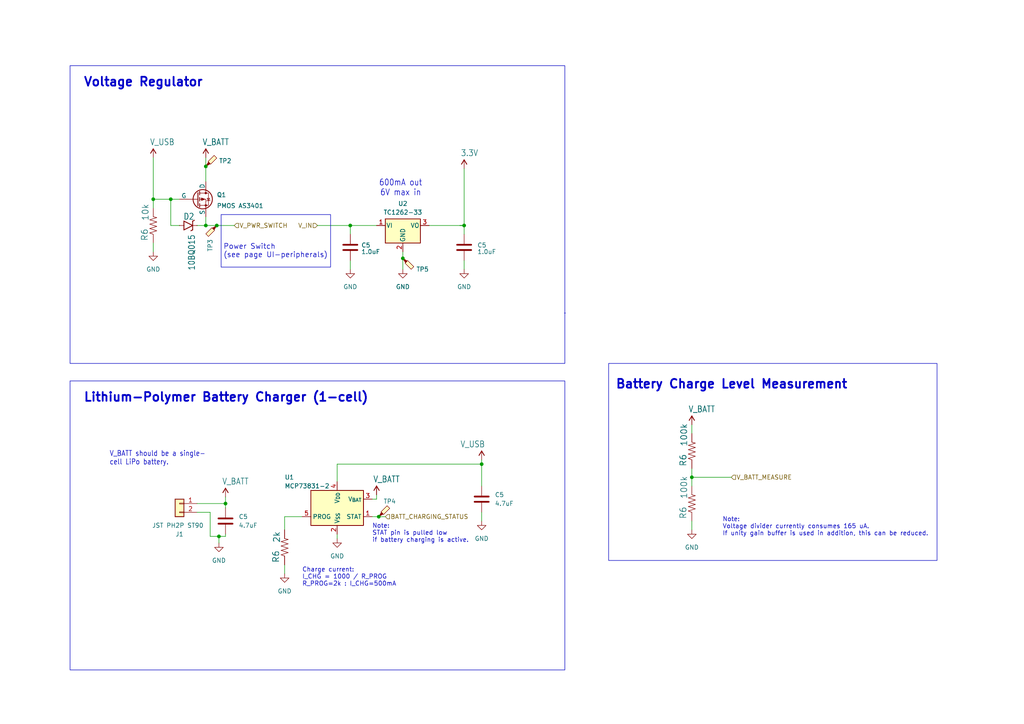
<source format=kicad_sch>
(kicad_sch (version 20230121) (generator eeschema)
  (paper "A4")
  (title_block (title "Battery and Power Management") (rev "V1"))
  (lib_symbols
    (symbol "Battery_Management:MCP73831-2-OT"
      (property "Reference" "U" (at -7.62 6.35 0))
      (property "Value" "MCP73831-2-OT" (at 1.27 6.35 0))
      (symbol "MCP73831-2-OT_0_1"
        (rectangle (start -7.62 5.08) (end 7.62 -5.08) (stroke (width 0.254)) (fill (type background)))
      )
      (symbol "MCP73831-2-OT_1_1"
        (pin output line (at 10.16 -2.54 180) (length 2.54) (name "STAT") (number "1"))
        (pin power_in line (at 0 -7.62 90) (length 2.54) (name "V_{SS}") (number "2"))
        (pin power_out line (at 10.16 2.54 180) (length 2.54) (name "V_{BAT}") (number "3"))
        (pin power_in line (at 0 7.62 270) (length 2.54) (name "V_{DD}") (number "4"))
        (pin input line (at -10.16 -2.54 0) (length 2.54) (name "PROG") (number "5"))
      )
    )
    (symbol "Connector:TestPoint_Probe" (pin_numbers hide) (pin_names (offset 0.762) hide)
      (property "Reference" "TP" (at 1.651 5.842 0))
      (property "Value" "TestPoint_Probe" (at 1.651 4.064 0))
      (symbol "TestPoint_Probe_0_1"
        (polyline (pts (xy 1.27 0.762) (xy 0 0) (xy 0.762 1.27) (xy 1.27 0.762)) (fill (type outline)))
        (polyline (pts (xy 1.397 0.635) (xy 0.635 1.397) (xy 2.413 3.175) (xy 3.175 2.413) (xy 1.397 0.635)) (fill (type background)))
      )
      (symbol "TestPoint_Probe_1_1"
        (pin passive line (at 0 0 90) (length 0) (name "1") (number "1"))
      )
    )
    (symbol "Connector_Generic:Conn_01x02" (pin_names (offset 1.016) hide)
      (property "Reference" "J" (at 0 2.54 0))
      (property "Value" "Conn_01x02" (at 0 -5.08 0))
      (symbol "Conn_01x02_1_1"
        (rectangle (start -1.27 -2.413) (end 0 -2.667) (stroke (width 0.1524)))
        (rectangle (start -1.27 0.127) (end 0 -0.127) (stroke (width 0.1524)))
        (rectangle (start -1.27 1.27) (end 1.27 -3.81) (stroke (width 0.254)) (fill (type background)))
        (pin passive line (at -5.08 0 0) (length 3.81) (name "Pin_1") (number "1"))
        (pin passive line (at -5.08 -2.54 0) (length 3.81) (name "Pin_2") (number "2"))
      )
    )
    (symbol "Device:C" (pin_numbers hide) (pin_names (offset 0.254))
      (property "Reference" "C" (at 0.635 2.54 0))
      (property "Value" "C" (at 0.635 -2.54 0))
      (symbol "C_0_1"
        (polyline (pts (xy -2.032 -0.762) (xy 2.032 -0.762)) (stroke (width 0.508)))
        (polyline (pts (xy -2.032 0.762) (xy 2.032 0.762)) (stroke (width 0.508)))
      )
      (symbol "C_1_1"
        (pin passive line (at 0 3.81 270) (length 2.794) (name "~") (number "1"))
        (pin passive line (at 0 -3.81 90) (length 2.794) (name "~") (number "2"))
      )
    )
    (symbol "GND_1" (power) (pin_names (offset 0))
      (property "Value" "GND_1" (at 0 -3.81 0))
      (symbol "GND_1_0_1"
        (polyline (pts (xy 0 0) (xy 0 -1.27) (xy 1.27 -1.27) (xy 0 -2.54) (xy -1.27 -1.27) (xy 0 -1.27)))
      )
      (symbol "GND_1_1_1"
        (pin power_in line (at 0 0 270) (length 0) hide (name "GND") (number "1"))
      )
    )
    (symbol "HeadMouse:AS3401" (pin_numbers hide) (pin_names (offset 0))
      (property "Reference" "Q" (at 5.08 1.27 0))
      (property "Value" "AS3401" (at 5.08 -1.27 0))
      (symbol "AS3401_0_1"
        (polyline (pts (xy 0.254 0) (xy -2.54 0)))
        (polyline (pts (xy 0.254 1.905) (xy 0.254 -1.905)) (stroke (width 0.254)))
        (polyline (pts (xy 0.762 -1.27) (xy 0.762 -2.286)) (stroke (width 0.254)))
        (polyline (pts (xy 0.762 0.508) (xy 0.762 -0.508)) (stroke (width 0.254)))
        (polyline (pts (xy 0.762 2.286) (xy 0.762 1.27)) (stroke (width 0.254)))
        (polyline (pts (xy 2.54 2.54) (xy 2.54 1.778)))
        (polyline (pts (xy 2.54 -2.54) (xy 2.54 0) (xy 0.762 0)))
        (polyline (pts (xy 0.762 1.778) (xy 3.302 1.778) (xy 3.302 -1.778) (xy 0.762 -1.778)))
        (polyline (pts (xy 2.286 0) (xy 1.27 0.381) (xy 1.27 -0.381) (xy 2.286 0)) (fill (type outline)))
        (polyline (pts (xy 2.794 -0.508) (xy 2.921 -0.381) (xy 3.683 -0.381) (xy 3.81 -0.254)))
        (polyline (pts (xy 3.302 -0.381) (xy 2.921 0.254) (xy 3.683 0.254) (xy 3.302 -0.381)))
        (circle (center 1.651 0) (radius 2.794) (stroke (width 0.254)))
        (circle (center 2.54 -1.778) (radius 0.254) (fill (type outline)))
        (circle (center 2.54 1.778) (radius 0.254) (fill (type outline)))
      )
      (symbol "AS3401_1_1"
        (pin input line (at -5.08 0 0) (length 2.54) (name "G") (number "1"))
        (pin passive line (at 2.54 -5.08 90) (length 2.54) (name "S") (number "2"))
        (pin passive line (at 2.54 5.08 270) (length 2.54) (name "D") (number "3"))
      )
    )
    (symbol "Regulator_Linear:TC1262-33" (pin_names (offset 0.254))
      (property "Reference" "U" (at -3.81 3.175 0))
      (property "Value" "TC1262-33" (at 0 3.175 0))
      (symbol "TC1262-33_1_1"
        (rectangle (start -5.08 1.905) (end 5.08 -5.08) (stroke (width 0.254)) (fill (type background)))
        (pin power_in line (at -7.62 0 0) (length 2.54) (name "VI") (number "1"))
        (pin power_in line (at 0 -7.62 90) (length 2.54) (name "GND") (number "2"))
        (pin power_out line (at 7.62 0 180) (length 2.54) (name "VO") (number "3"))
      )
    )
    (symbol "esp32-thing-eagle-import:27OHM1/10W1%(0603)0603-RES"
      (property "Reference" "R" (at 0 1.524 0))
      (symbol "27OHM1/10W1%(0603)0603-RES_1_0"
        (polyline (pts (xy -2.54 0) (xy -2.159 1.016)) (stroke (width 0.1524)))
        (polyline (pts (xy -2.159 1.016) (xy -1.524 -1.016)) (stroke (width 0.1524)))
        (polyline (pts (xy -1.524 -1.016) (xy -0.889 1.016)) (stroke (width 0.1524)))
        (polyline (pts (xy -0.889 1.016) (xy -0.254 -1.016)) (stroke (width 0.1524)))
        (polyline (pts (xy -0.254 -1.016) (xy 0.381 1.016)) (stroke (width 0.1524)))
        (polyline (pts (xy 0.381 1.016) (xy 1.016 -1.016)) (stroke (width 0.1524)))
        (polyline (pts (xy 1.016 -1.016) (xy 1.651 1.016)) (stroke (width 0.1524)))
        (polyline (pts (xy 1.651 1.016) (xy 2.286 -1.016)) (stroke (width 0.1524)))
        (polyline (pts (xy 2.286 -1.016) (xy 2.54 0)) (stroke (width 0.1524)))
        (pin passive line (at -5.08 0 0) (length 2.54) (name "1") (number "1"))
        (pin passive line (at 5.08 0 180) (length 2.54) (name "2") (number "2"))
      )
    )
    (symbol "esp32-thing-eagle-import:3.3V" (power)
      (property "Value" "3.3V" (at -1.016 3.556 0))
      (symbol "3.3V_1_0"
        (polyline (pts (xy 0 2.54) (xy -0.762 1.27)) (stroke (width 0.254)))
        (polyline (pts (xy 0.762 1.27) (xy 0 2.54)) (stroke (width 0.254)))
        (pin power_in line (at 0 0 90) (length 2.54) (name "3.3V") (number "1"))
      )
    )
    (symbol "esp32-thing-eagle-import:DIODE-SCHOTTKY-BAT20J"
      (property "Reference" "D1" (at 1.778 3.5814 0))
      (property "Value" "10BQ015" (at 0 -2.54 90))
      (symbol "DIODE-SCHOTTKY-BAT20J_1_0"
        (polyline (pts (xy -2.54 0) (xy -1.27 0)) (stroke (width 0.1524)))
        (polyline (pts (xy -1.27 -1.27) (xy 1.27 0)) (stroke (width 0.254)))
        (polyline (pts (xy -1.27 0) (xy -1.27 -1.27)) (stroke (width 0.254)))
        (polyline (pts (xy -1.27 1.27) (xy -1.27 0)) (stroke (width 0.254)))
        (polyline (pts (xy 1.27 -1.27) (xy 0.762 -1.524)) (stroke (width 0.254)))
        (polyline (pts (xy 1.27 0) (xy -1.27 1.27)) (stroke (width 0.254)))
        (polyline (pts (xy 1.27 0) (xy 1.27 -1.27)) (stroke (width 0.254)))
        (polyline (pts (xy 1.27 1.27) (xy 1.27 0)) (stroke (width 0.254)))
        (polyline (pts (xy 1.27 1.27) (xy 1.778 1.524)) (stroke (width 0.254)))
        (polyline (pts (xy 2.54 0) (xy 1.27 0)) (stroke (width 0.1524)))
        (pin passive line (at 2.54 0 180) (length 0) (name "C") (number "1"))
        (pin passive line (at -2.54 0 0) (length 0) (name "A") (number "2"))
      )
    )
    (symbol "esp32-thing-eagle-import:V_BATT" (power)
      (property "Value" "V_BATT" (at -1.016 3.556 0))
      (symbol "V_BATT_1_0"
        (polyline (pts (xy 0 2.54) (xy -0.762 1.27)) (stroke (width 0.254)))
        (polyline (pts (xy 0.762 1.27) (xy 0 2.54)) (stroke (width 0.254)))
        (pin power_in line (at 0 0 90) (length 2.54) (name "V_BATT") (number "1"))
      )
    )
    (symbol "esp32-thing-eagle-import:V_USB" (power)
      (property "Value" "V_USB" (at -1.016 3.556 0))
      (symbol "V_USB_1_0"
        (polyline (pts (xy 0 2.54) (xy -0.762 1.27)) (stroke (width 0.254)))
        (polyline (pts (xy 0.762 1.27) (xy 0 2.54)) (stroke (width 0.254)))
        (pin power_in line (at 0 0 90) (length 2.54) (name "V_USB") (number "1"))
      )
    )
  )
  (junction (at 101.6 65.405))
  (junction (at 63.5 155.575))
  (junction (at 44.45 57.785))
  (junction (at 134.62 65.405))
  (junction (at 116.84 74.93))
  (junction (at 109.855 149.86))
  (junction (at 59.69 65.405))
  (junction (at 59.69 48.26))
  (junction (at 62.865 65.405))
  (junction (at 200.66 138.43))
  (junction (at 65.405 146.05))
  (junction (at 139.7 134.62))
  (junction (at 49.53 57.785))
  (wire (pts (xy 63.5 155.575) (xy 65.405 155.575)))
  (wire (pts (xy 97.79 156.21) (xy 97.79 154.94)))
  (wire (pts (xy 44.45 45.72) (xy 44.45 57.785)) (stroke (width 0.1524)))
  (wire (pts (xy 200.66 123.19) (xy 200.66 125.73)))
  (wire (pts (xy 116.84 74.93) (xy 116.84 78.105)))
  (wire (pts (xy 60.96 148.59) (xy 60.96 155.575)))
  (wire (pts (xy 200.66 138.43) (xy 200.66 140.97)))
  (wire (pts (xy 65.405 155.575) (xy 65.405 154.94)))
  (wire (pts (xy 65.405 147.32) (xy 65.405 146.05)))
  (wire (pts (xy 124.46 65.405) (xy 134.62 65.405)) (stroke (width 0.1524)))
  (wire (pts (xy 49.53 57.785) (xy 44.45 57.785)) (stroke (width 0.1524)))
  (wire (pts (xy 101.6 75.565) (xy 101.6 78.105)))
  (wire (pts (xy 59.69 45.72) (xy 59.69 48.26)) (stroke (width 0.1524)))
  (wire (pts (xy 57.15 148.59) (xy 60.96 148.59)))
  (wire (pts (xy 82.55 163.83) (xy 82.55 166.37)))
  (wire (pts (xy 97.79 134.62) (xy 97.79 139.7)))
  (wire (pts (xy 200.66 135.89) (xy 200.66 138.43)))
  (wire (pts (xy 62.865 65.405) (xy 67.945 65.405)))
  (wire (pts (xy 57.15 146.05) (xy 65.405 146.05)))
  (wire (pts (xy 139.7 133.35) (xy 139.7 134.62)))
  (wire (pts (xy 134.62 65.405) (xy 134.62 67.945)) (stroke (width 0.1524)))
  (wire (pts (xy 139.7 134.62) (xy 139.7 140.97)) (stroke (width 0.1524)))
  (wire (pts (xy 101.6 65.405) (xy 109.22 65.405)) (stroke (width 0.1524)))
  (wire (pts (xy 97.79 134.62) (xy 139.7 134.62)))
  (wire (pts (xy 49.53 57.785) (xy 49.53 65.405)) (stroke (width 0.1524)))
  (wire (pts (xy 139.7 151.13) (xy 139.7 148.59)) (stroke (width 0.1524)))
  (wire (pts (xy 57.15 65.405) (xy 59.69 65.405)))
  (wire (pts (xy 101.6 65.405) (xy 101.6 67.945)) (stroke (width 0.1524)))
  (wire (pts (xy 134.62 65.405) (xy 133.35 65.405)))
  (wire (pts (xy 44.45 73.025) (xy 44.45 70.485)) (stroke (width 0.1524)))
  (wire (pts (xy 82.55 149.86) (xy 87.63 149.86)) (stroke (width 0.1524)))
  (wire (pts (xy 49.53 65.405) (xy 52.07 65.405)))
  (wire (pts (xy 63.5 155.575) (xy 63.5 157.48)))
  (wire (pts (xy 200.66 138.43) (xy 212.09 138.43)))
  (wire (pts (xy 134.62 78.105) (xy 134.62 75.565)) (stroke (width 0.1524)))
  (wire (pts (xy 59.69 48.26) (xy 59.69 52.705)))
  (wire (pts (xy 200.66 153.67) (xy 200.66 151.13)))
  (wire (pts (xy 134.62 48.895) (xy 134.62 65.405)))
  (wire (pts (xy 116.84 73.025) (xy 116.84 74.93)))
  (wire (pts (xy 63.5 155.575) (xy 60.96 155.575)))
  (wire (pts (xy 92.075 65.405) (xy 101.6 65.405)))
  (wire (pts (xy 44.45 60.325) (xy 44.45 57.785)) (stroke (width 0.1524)))
  (wire (pts (xy 111.76 149.86) (xy 109.855 149.86)))
  (wire (pts (xy 109.22 144.78) (xy 109.22 143.51)))
  (wire (pts (xy 82.55 149.86) (xy 82.55 153.67)) (stroke (width 0.1524)))
  (wire (pts (xy 59.69 65.405) (xy 62.865 65.405)))
  (wire (pts (xy 59.69 62.865) (xy 59.69 65.405)) (stroke (width 0.1524)))
  (wire (pts (xy 52.07 57.785) (xy 49.53 57.785)) (stroke (width 0.1524)))
  (wire (pts (xy 65.405 144.145) (xy 65.405 146.05)))
  (wire (pts (xy 107.95 144.78) (xy 109.22 144.78)))
  (wire (pts (xy 109.855 149.86) (xy 107.95 149.86)))
  (rectangle (start 163.83 90.805) (end 163.83 90.805))
  (rectangle (start 20.32 110.49) (end 163.83 194.31))
  (rectangle (start 163.83 90.805) (end 163.83 90.805))
  (rectangle (start 163.83 90.805) (end 163.83 90.805))
  (rectangle (start 163.83 90.805) (end 163.83 90.805))
  (rectangle (start 163.83 90.805) (end 163.83 90.805))
  (rectangle (start 163.83 90.805) (end 163.83 90.805))
  (rectangle (start 163.83 90.805) (end 163.83 90.805))
  (rectangle (start 163.83 90.805) (end 163.83 90.805))
  (rectangle (start 64.135 62.23) (end 95.885 77.47))
  (rectangle (start 163.83 90.805) (end 163.83 90.805))
  (rectangle (start 163.83 90.805) (end 163.83 90.805))
  (circle (center 163.83 90.805) (radius 0.0001))
  (rectangle (start 20.32 19.05) (end 163.83 105.41))
  (rectangle (start 163.83 90.805) (end 163.83 90.805))
  (rectangle (start 176.53 105.41) (end 271.78 162.56))
  (rectangle (start 163.83 90.805) (end 163.83 90.805))
  (text "V_BATT should be a single-\ncell LiPo battery." (at 31.75 130.81 0) (effects (font (size 1.524 1.2954)) (justify left top)))
  (text "Note: \nSTAT pin is pulled low \nif battery charging is active." (at 107.95 157.48 0) (effects (font (size 1.27 1.27)) (justify left bottom)))
  (text "Note: \nVoltage divider currently consumes 165 uA.\nIf unity gain buffer is used in addition, this can be reduced." (at 209.55 155.575 0) (effects (font (size 1.27 1.27)) (justify left bottom)))
  (text "Charge current:\nI_CHG = 1000 / R_PROG\nR_PROG=2k : I_CHG=500mA" (at 87.63 170.18 0) (effects (font (size 1.27 1.27)) (justify left bottom)))
  (text "Lithium-Polymer Battery Charger (1-cell)" (at 24.13 116.84 0) (effects (font (size 2.54 2.54) (thickness 0.508) bold) (justify left bottom)))
  (text "Power Switch \n(see page UI-peripherals)" (at 64.77 74.93 0) (effects (font (size 1.5 1.5)) (justify left bottom)))
  (text "600mA out\n6V max in" (at 116.205 52.07 0) (effects (font (size 1.778 1.5113)) (justify top)))
  (text "Voltage Regulator" (at 24.13 25.4 0) (effects (font (size 2.54 2.54) (thickness 0.508) bold) (justify left bottom)))
  (text "Battery Charge Level Measurement" (at 178.435 113.03 0) (effects (font (size 2.54 2.54) (thickness 0.508) bold) (justify left bottom)))
  (hierarchical_label "BATT_CHARGING_STATUS" (shape input) (at 111.76 149.86 0))
  (hierarchical_label "V_PWR_SWITCH" (shape input) (at 67.945 65.405 0))
  (hierarchical_label "V_IN" (shape input) (at 92.075 65.405 180))
  (hierarchical_label "V_BATT_MEASURE" (shape input) (at 212.09 138.43 0))
  (symbol (lib_id "Device:C") (at 101.6 71.755 0) (unit 1)
    (property "Reference" "C5" (at 104.775 71.12 0) (effects (justify left)))
    (property "Value" "1.0uF" (at 104.775 73.025 0) (effects (justify left)))
    (property "Footprint" "Capacitor_SMD:C_0603_1608Metric_Pad1.08x0.95mm_HandSolder" (effects hide))
    (property "Mouser" "F921E105KPA" (effects hide))
    (instances (project "HM_mainboard" (path "" (reference "C5") (unit 1)) (path "" (reference "C7") (unit 1)) (path "" (reference "C2") (unit 1))))
  )
  (symbol (lib_id "Connector:TestPoint_Probe") (at 116.84 74.93 270) (unit 1)
    (property "Reference" "TP5" (at 122.555 78.105 90))
    (property "Value" "TestPoint_Probe" (effects hide))
    (property "Footprint" "TestPoint:TestPoint_THTPad_D2.0mm_Drill1.0mm" (effects hide))
  )
  (symbol (lib_id "esp32-thing-eagle-import:V_BATT") (at 65.405 144.145 0) (unit 1)
    (property "Reference" "#SUPPLY02" (effects hide))
    (property "Value" "V_BATT" (at 64.389 140.589 0) (effects (font (size 1.778 1.5113)) (justify left bottom)))
    (instances (project "HM_mainboard" (path "" (reference "#SUPPLY02") (unit 1)) (path "" (reference "#SUPPLY03") (unit 1))) (project "esp32-thing" (path "" (reference "#SUPPLY27") (unit 1))))
  )
  (symbol (lib_id "Device:C") (at 134.62 71.755 0) (unit 1)
    (property "Reference" "C5" (at 138.43 71.12 0) (effects (justify left)))
    (property "Value" "1.0uF" (at 138.43 73.025 0) (effects (justify left)))
    (property "Footprint" "Capacitor_SMD:C_0603_1608Metric_Pad1.08x0.95mm_HandSolder" (effects hide))
    (property "Mouser" "F921E105KPA" (effects hide))
    (instances (project "HM_mainboard" (path "" (reference "C5") (unit 1)) (path "" (reference "C7") (unit 1)) (path "" (reference "C3") (unit 1))))
  )
  (symbol (lib_id "Connector:TestPoint_Probe") (at 62.865 65.405 180) (unit 1)
    (property "Reference" "TP3" (at 60.96 73.025 90) (effects (justify right)))
    (property "Value" "TestPoint_Probe" (effects hide))
    (property "Footprint" "TestPoint:TestPoint_THTPad_D2.0mm_Drill1.0mm" (effects hide))
  )
  (symbol (lib_id "esp32-thing-eagle-import:27OHM1/10W1%(0603)0603-RES") (at 82.55 158.75 90) (unit 1)
    (property "Reference" "R6" (at 81.0514 163.322 0) (effects (font (size 1.778 1.778)) (justify left bottom)))
    (property "Value" "2k" (at 81.28 157.48 0) (effects (font (size 1.778 1.778)) (justify left bottom)))
    (property "Footprint" "Resistor_SMD:R_0603_1608Metric_Pad0.98x0.95mm_HandSolder" (effects hide))
    (property "Mouser" "ERJ-PA3J121V" (effects hide))
    (instances (project "HM_mainboard" (path "" (reference "R6") (unit 1)) (path "" (reference "R14") (unit 1)) (path "" (reference "R11") (unit 1)) (path "" (reference "R2") (unit 1))) (project "esp32-thing" (path "" (reference "R13") (unit 1))))
  )
  (symbol (lib_id "esp32-thing-eagle-import:3.3V") (at 134.62 48.895 0) (unit 1)
    (property "Reference" "#SUPPLY04" (effects hide))
    (property "Value" "3.3V" (at 133.604 45.339 0) (effects (font (size 1.778 1.5113)) (justify left bottom)))
    (instances (project "HM_mainboard" (path "" (reference "#SUPPLY04") (unit 1)) (path "" (reference "#SUPPLY05") (unit 1))) (project "esp32-thing" (path "" (reference "#SUPPLY8") (unit 1))))
  )
  (symbol (lib_name "GND_1") (lib_id "power:GND") (at 134.62 78.105 0) (unit 1)
    (property "Reference" "#PWR06" (effects hide))
    (property "Value" "GND" (at 134.62 83.185 0))
    (instances (project "HM_mainboard" (path "" (reference "#PWR06") (unit 1)) (path "" (reference "#PWR016") (unit 1)) (path "" (reference "#PWR010") (unit 1)) (path "" (reference "#PWR01") (unit 1)) (path "" (reference "#PWR07") (unit 1))))
  )
  (symbol (lib_id "esp32-thing-eagle-import:V_BATT") (at 59.69 45.72 0) (unit 1)
    (property "Reference" "#SUPPLY02" (effects hide))
    (property "Value" "V_BATT" (at 58.674 42.164 0) (effects (font (size 1.778 1.5113)) (justify left bottom)))
    (instances (project "HM_mainboard" (path "" (reference "#SUPPLY02") (unit 1)) (path "" (reference "#SUPPLY02") (unit 1))) (project "esp32-thing" (path "" (reference "#SUPPLY27") (unit 1))))
  )
  (symbol (lib_id "esp32-thing-eagle-import:27OHM1/10W1%(0603)0603-RES") (at 200.66 130.81 90) (unit 1)
    (property "Reference" "R6" (at 199.1614 135.382 0) (effects (font (size 1.778 1.778)) (justify left bottom)))
    (property "Value" "100k" (at 199.39 129.54 0) (effects (font (size 1.778 1.778)) (justify left bottom)))
    (property "Footprint" "Resistor_SMD:R_0603_1608Metric_Pad0.98x0.95mm_HandSolder" (effects hide))
    (property "Mouser" "ERJ-PA3J121V" (effects hide))
    (instances (project "HM_mainboard" (path "" (reference "R6") (unit 1)) (path "" (reference "R14") (unit 1)) (path "" (reference "R11") (unit 1)) (path "" (reference "R3") (unit 1))) (project "esp32-thing" (path "" (reference "R13") (unit 1))))
  )
  (symbol (lib_name "GND_1") (lib_id "power:GND") (at 44.45 73.025 0) (unit 1)
    (property "Reference" "#PWR06" (effects hide))
    (property "Value" "GND" (at 44.45 78.105 0))
    (instances (project "HM_mainboard" (path "" (reference "#PWR06") (unit 1)) (path "" (reference "#PWR016") (unit 1)) (path "" (reference "#PWR010") (unit 1)) (path "" (reference "#PWR01") (unit 1)) (path "" (reference "#PWR01") (unit 1))))
  )
  (symbol (lib_id "Connector_Generic:Conn_01x02") (at 52.07 146.05 0) (mirror y) (unit 1)
    (property "Reference" "J1" (at 52.07 154.94 0))
    (property "Value" "JST PH2P ST90 " (at 52.07 152.4 0))
    (property "Footprint" "Connector_JST:JST_PH_S2B-PH-K_1x02_P2.00mm_Horizontal" (effects hide))
    (property "Datasheet" "https://www.reichelt.at/at/de/jst-stiftleiste-90-1x2-polig-ph-jst-ph2p-st90-p185056.html?PROVID=2807&gclid=CjwKCAiAmZGrBhAnEiwAo9qHiX8Aljedun1deSYFSHEVMIRz6JgVll-Dw5EvRr3jTF0y2CSldQKAmBoCrskQAvD_BwE" (effects hide))
    (property "Mouser Price/Stock" "https://www.reichelt.at/at/de/jst-stiftleiste-90-1x2-polig-ph-jst-ph2p-st90-p185056.html?PROVID=2807&gclid=CjwKCAiAmZGrBhAnEiwAo9qHiX8Aljedun1deSYFSHEVMIRz6JgVll-Dw5EvRr3jTF0y2CSldQKAmBoCrskQAvD_BwE" (effects hide))
    (property "Reichelt" "JST PH2P ST90" (effects hide))
  )
  (symbol (lib_name "GND_1") (lib_id "power:GND") (at 101.6 78.105 0) (unit 1)
    (property "Reference" "#PWR06" (effects hide))
    (property "Value" "GND" (at 101.6 83.185 0))
    (instances (project "HM_mainboard" (path "" (reference "#PWR06") (unit 1)) (path "" (reference "#PWR016") (unit 1)) (path "" (reference "#PWR010") (unit 1)) (path "" (reference "#PWR01") (unit 1)) (path "" (reference "#PWR05") (unit 1))))
  )
  (symbol (lib_name "GND_1") (lib_id "power:GND") (at 82.55 166.37 0) (unit 1)
    (property "Reference" "#PWR06" (effects hide))
    (property "Value" "GND" (at 82.55 171.45 0))
    (instances (project "HM_mainboard" (path "" (reference "#PWR06") (unit 1)) (path "" (reference "#PWR016") (unit 1)) (path "" (reference "#PWR010") (unit 1)) (path "" (reference "#PWR01") (unit 1)) (path "" (reference "#PWR03") (unit 1))))
  )
  (symbol (lib_id "esp32-thing-eagle-import:V_BATT") (at 109.22 143.51 0) (unit 1)
    (property "Reference" "#SUPPLY02" (effects hide))
    (property "Value" "V_BATT" (at 108.204 139.954 0) (effects (font (size 1.778 1.5113)) (justify left bottom)))
    (instances (project "HM_mainboard" (path "" (reference "#SUPPLY02") (unit 1)) (path "" (reference "#SUPPLY04") (unit 1))) (project "esp32-thing" (path "" (reference "#SUPPLY27") (unit 1))))
  )
  (symbol (lib_id "esp32-thing-eagle-import:V_USB") (at 139.7 133.35 0) (mirror y) (unit 1)
    (property "Reference" "#SUPPLY06" (effects hide))
    (property "Value" "V_USB" (at 140.716 129.794 0) (effects (font (size 1.778 1.5113)) (justify left bottom)))
    (instances (project "HM_mainboard" (path "" (reference "#SUPPLY06") (unit 1)) (path "" (reference "#SUPPLY06") (unit 1))) (project "esp32-thing" (path "" (reference "#SUPPLY23") (unit 1))))
  )
  (symbol (lib_name "GND_1") (lib_id "power:GND") (at 200.66 153.67 0) (unit 1)
    (property "Reference" "#PWR06" (effects hide))
    (property "Value" "GND" (at 200.66 158.75 0))
    (instances (project "HM_mainboard" (path "" (reference "#PWR06") (unit 1)) (path "" (reference "#PWR016") (unit 1)) (path "" (reference "#PWR010") (unit 1)) (path "" (reference "#PWR01") (unit 1)) (path "" (reference "#PWR09") (unit 1))))
  )
  (symbol (lib_id "Regulator_Linear:TC1262-33") (at 116.84 65.405 0) (unit 1)
    (property "Reference" "U2" (at 116.84 59.055 0))
    (property "Value" "TC1262-33" (at 116.84 61.595 0))
    (property "Footprint" "Package_TO_SOT_SMD:SOT-223-3_TabPin2" (effects hide))
    (property "Datasheet" "http://ww1.microchip.com/downloads/en/DeviceDoc/21373C.pdf" (effects hide))
    (property "Mouser" "TC1262-3.3VDBTR" (effects hide))
    (property "Mouser Price/Stock" "https://www.mouser.at/ProductDetail/Microchip-Technology/TC1262-3.3VDBTR?qs=VDoAoI%2FEFTN6q7dfuakIrw%3D%3D" (effects hide))
  )
  (symbol (lib_name "GND_1") (lib_id "power:GND") (at 139.7 151.13 0) (unit 1)
    (property "Reference" "#PWR06" (effects hide))
    (property "Value" "GND" (at 139.7 156.21 0))
    (instances (project "HM_mainboard" (path "" (reference "#PWR06") (unit 1)) (path "" (reference "#PWR016") (unit 1)) (path "" (reference "#PWR010") (unit 1)) (path "" (reference "#PWR01") (unit 1)) (path "" (reference "#PWR08") (unit 1))))
  )
  (symbol (lib_id "Device:C") (at 65.405 151.13 0) (unit 1)
    (property "Reference" "C5" (at 69.215 149.86 0) (effects (justify left)))
    (property "Value" "4.7uF" (at 69.215 152.4 0) (effects (justify left)))
    (property "Footprint" "Capacitor_SMD:C_0603_1608Metric_Pad1.08x0.95mm_HandSolder" (effects hide))
    (instances (project "HM_mainboard" (path "" (reference "C5") (unit 1)) (path "" (reference "C7") (unit 1)) (path "" (reference "C1") (unit 1))))
  )
  (symbol (lib_name "GND_1") (lib_id "power:GND") (at 116.84 78.105 0) (unit 1)
    (property "Reference" "#PWR06" (effects hide))
    (property "Value" "GND" (at 116.84 83.185 0))
    (instances (project "HM_mainboard" (path "" (reference "#PWR06") (unit 1)) (path "" (reference "#PWR016") (unit 1)) (path "" (reference "#PWR010") (unit 1)) (path "" (reference "#PWR01") (unit 1)) (path "" (reference "#PWR06") (unit 1))))
  )
  (symbol (lib_id "Battery_Management:MCP73831-2-OT") (at 97.79 147.32 0) (unit 1)
    (property "Reference" "U1" (at 82.55 138.43 0) (effects (justify left)))
    (property "Value" "MCP73831-2" (at 82.55 140.97 0) (effects (justify left)))
    (property "Footprint" "Package_TO_SOT_SMD:SOT-23-5_HandSoldering" (effects hide))
    (property "Datasheet" "http://ww1.microchip.com/downloads/en/DeviceDoc/20001984g.pdf" (effects hide))
    (property "Mouser" "MCP73831T-2ACI/OT" (effects hide))
    (property "Mouser Price/Stock" "https://www.mouser.at/ProductDetail/Microchip-Technology/MCP73831T-2ACI-OT?qs=yUQqVecv4qvbBQBGbHx0Mw%3D%3D" (effects hide))
  )
  (symbol (lib_id "esp32-thing-eagle-import:27OHM1/10W1%(0603)0603-RES") (at 200.66 146.05 90) (unit 1)
    (property "Reference" "R6" (at 199.1614 150.622 0) (effects (font (size 1.778 1.778)) (justify left bottom)))
    (property "Value" "100k" (at 199.39 144.78 0) (effects (font (size 1.778 1.778)) (justify left bottom)))
    (property "Footprint" "Resistor_SMD:R_0603_1608Metric_Pad0.98x0.95mm_HandSolder" (effects hide))
    (property "Mouser" "ERJ-PA3J121V" (effects hide))
    (instances (project "HM_mainboard" (path "" (reference "R6") (unit 1)) (path "" (reference "R14") (unit 1)) (path "" (reference "R11") (unit 1)) (path "" (reference "R4") (unit 1))) (project "esp32-thing" (path "" (reference "R13") (unit 1))))
  )
  (symbol (lib_id "HeadMouse:AS3401") (at 57.15 57.785 0) (unit 1)
    (property "Reference" "Q1" (at 62.865 56.515 0) (effects (justify left)))
    (property "Value" "PMOS AS3401" (at 62.865 59.69 0) (effects (justify left)))
    (property "Footprint" "Package_TO_SOT_SMD:TSOT-23_HandSoldering" (effects hide))
    (property "Datasheet" "https://ngspice.sourceforge.io/docs/ngspice-manual.pdf" (effects hide))
    (property "Sim.Device" "PMOS" (effects hide))
    (property "Sim.Type" "VDMOS" (effects hide))
    (property "Sim.Pins" "1=D 2=G 3=S" (effects hide))
  )
  (symbol (lib_name "GND_1") (lib_id "power:GND") (at 97.79 156.21 0) (unit 1)
    (property "Reference" "#PWR06" (effects hide))
    (property "Value" "GND" (at 97.79 161.29 0))
    (instances (project "HM_mainboard" (path "" (reference "#PWR06") (unit 1)) (path "" (reference "#PWR016") (unit 1)) (path "" (reference "#PWR010") (unit 1)) (path "" (reference "#PWR01") (unit 1)) (path "" (reference "#PWR04") (unit 1))))
  )
  (symbol (lib_id "Device:C") (at 139.7 144.78 0) (unit 1)
    (property "Reference" "C5" (at 143.51 143.51 0) (effects (justify left)))
    (property "Value" "4.7uF" (at 143.51 146.05 0) (effects (justify left)))
    (property "Footprint" "Capacitor_SMD:C_0603_1608Metric_Pad1.08x0.95mm_HandSolder" (effects hide))
    (instances (project "HM_mainboard" (path "" (reference "C5") (unit 1)) (path "" (reference "C7") (unit 1)) (path "" (reference "C4") (unit 1))))
  )
  (symbol (lib_id "Connector:TestPoint_Probe") (at 59.69 48.26 0) (unit 1)
    (property "Reference" "TP2" (at 63.5 46.6725 0) (effects (justify left)))
    (property "Value" "TestPoint_Probe" (effects hide))
    (property "Footprint" "TestPoint:TestPoint_THTPad_D2.0mm_Drill1.0mm" (effects hide))
  )
  (symbol (lib_id "esp32-thing-eagle-import:V_BATT") (at 200.66 123.19 0) (unit 1)
    (property "Reference" "#SUPPLY05" (effects hide))
    (property "Value" "V_BATT" (at 199.644 119.634 0) (effects (font (size 1.778 1.5113)) (justify left bottom)))
    (instances (project "HM_mainboard" (path "" (reference "#SUPPLY05") (unit 1)) (path "" (reference "#SUPPLY07") (unit 1))) (project "esp32-thing" (path "" (reference "#SUPPLY25") (unit 1))))
  )
  (symbol (lib_name "GND_1") (lib_id "power:GND") (at 63.5 157.48 0) (unit 1)
    (property "Reference" "#PWR06" (effects hide))
    (property "Value" "GND" (at 63.5 162.56 0))
    (instances (project "HM_mainboard" (path "" (reference "#PWR06") (unit 1)) (path "" (reference "#PWR016") (unit 1)) (path "" (reference "#PWR010") (unit 1)) (path "" (reference "#PWR01") (unit 1)) (path "" (reference "#PWR02") (unit 1))))
  )
  (symbol (lib_id "esp32-thing-eagle-import:27OHM1/10W1%(0603)0603-RES") (at 44.45 65.405 90) (unit 1)
    (property "Reference" "R6" (at 42.9514 69.977 0) (effects (font (size 1.778 1.778)) (justify left bottom)))
    (property "Value" "10k" (at 43.18 64.135 0) (effects (font (size 1.778 1.778)) (justify left bottom)))
    (property "Footprint" "Resistor_SMD:R_0603_1608Metric_Pad0.98x0.95mm_HandSolder" (effects hide))
    (property "Mouser" "RN73H1JTTD1002F100" (effects hide))
    (property "Mouser Price/Stock" "https://www.mouser.at/ProductDetail/KOA-Speer/RN73H1JTTD1002F100?qs=mtPtL6iy6ALCfskr2ilnpg%3D%3D" (effects hide))
    (instances (project "HM_mainboard" (path "" (reference "R6") (unit 1)) (path "" (reference "R14") (unit 1)) (path "" (reference "R11") (unit 1)) (path "" (reference "R1") (unit 1))) (project "esp32-thing" (path "" (reference "R13") (unit 1))))
  )
  (symbol (lib_id "esp32-thing-eagle-import:V_USB") (at 44.45 45.72 0) (unit 1)
    (property "Reference" "#SUPPLY01" (effects hide))
    (property "Value" "V_USB" (at 43.434 42.164 0) (effects (font (size 1.778 1.5113)) (justify left bottom)))
    (instances (project "HM_mainboard" (path "" (reference "#SUPPLY01") (unit 1)) (path "" (reference "#SUPPLY01") (unit 1))) (project "esp32-thing" (path "" (reference "#SUPPLY22") (unit 1))))
  )
  (symbol (lib_id "Connector:TestPoint_Probe") (at 109.855 149.86 0) (unit 1)
    (property "Reference" "TP4" (at 113.03 145.415 0))
    (property "Value" "TestPoint_Probe" (effects hide))
    (property "Footprint" "TestPoint:TestPoint_THTPad_D2.0mm_Drill1.0mm" (effects hide))
  )
  (symbol (lib_id "esp32-thing-eagle-import:DIODE-SCHOTTKY-BAT20J") (at 54.61 65.405 0) (unit 1)
    (property "Reference" "D2" (at 56.388 61.8236 0) (effects (font (size 1.778 1.5113)) (justify right top)))
    (property "Value" "10BQ015" (at 54.61 67.945 90) (effects (font (size 1.778 1.5113)) (justify right top)))
    (property "Footprint" "Diode_SMD:D_SMB_Handsoldering" (effects hide))
    (property "Datasheet" "https://eu.mouser.com/ProductDetail/Vishay-Semiconductors/VS-10BQ015-M3-5BT?qs=asPD7ZL2j3VpzaHhlDLLKA%3D%3D&gad_source=1&gclid=CjwKCAiA1MCrBhAoEiwAC2d64Qfz9GdFJXcJop1dluLSezxhXfgrxGSJlfwXR4mOBbP2oq8S6QpdJRoCLncQAvD_BwE" (effects hide))
    (property "Mouser" "10BQ015" (effects hide))
    (property "Mouser Price/Stock" "https://eu.mouser.com/ProductDetail/Vishay-Semiconductors/VS-10BQ015-M3-5BT?qs=asPD7ZL2j3VpzaHhlDLLKA%3D%3D&gad_source=1&gclid=CjwKCAiA1MCrBhAoEiwAC2d64Qfz9GdFJXcJop1dluLSezxhXfgrxGSJlfwXR4mOBbP2oq8S6QpdJRoCLncQAvD_BwE" (effects hide))
    (instances (project "HM_mainboard" (path "" (reference "D2") (unit 1)) (path "" (reference "D1") (unit 1))) (project "esp32-thing" (path "" (reference "D2") (unit 1))))
  )
)
</source>
